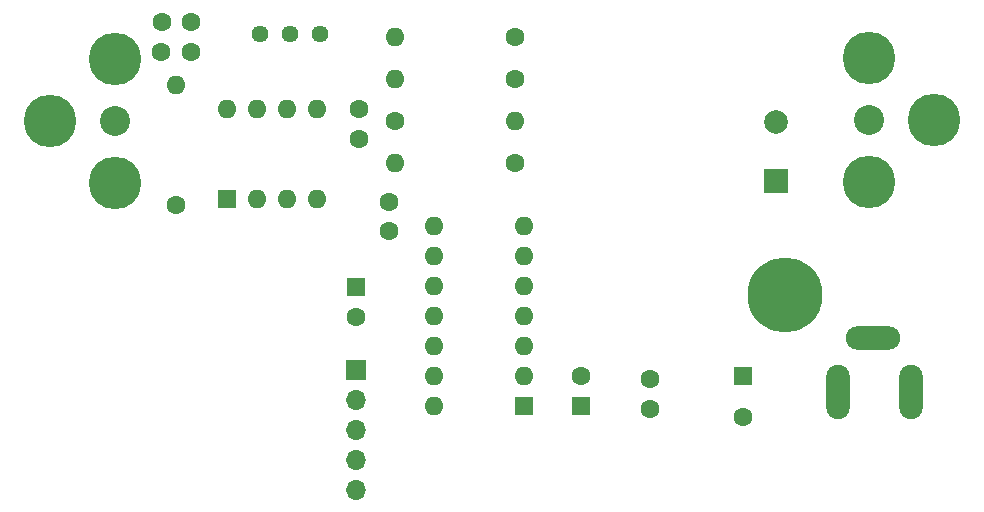
<source format=gts>
G04 #@! TF.GenerationSoftware,KiCad,Pcbnew,(5.1.10)-1*
G04 #@! TF.CreationDate,2021-10-24T18:12:00-04:00*
G04 #@! TF.ProjectId,AudioAmp380,41756469-6f41-46d7-9033-38302e6b6963,1*
G04 #@! TF.SameCoordinates,Original*
G04 #@! TF.FileFunction,Soldermask,Top*
G04 #@! TF.FilePolarity,Negative*
%FSLAX46Y46*%
G04 Gerber Fmt 4.6, Leading zero omitted, Abs format (unit mm)*
G04 Created by KiCad (PCBNEW (5.1.10)-1) date 2021-10-24 18:12:00*
%MOMM*%
%LPD*%
G01*
G04 APERTURE LIST*
%ADD10C,2.540000*%
%ADD11C,4.445000*%
%ADD12R,1.600000X1.600000*%
%ADD13O,1.600000X1.600000*%
%ADD14C,1.600000*%
%ADD15C,6.350000*%
%ADD16R,1.700000X1.700000*%
%ADD17O,1.700000X1.700000*%
%ADD18R,2.000000X2.000000*%
%ADD19C,2.000000*%
%ADD20O,2.000000X4.600000*%
%ADD21O,4.600000X2.000000*%
%ADD22C,1.440000*%
G04 APERTURE END LIST*
D10*
X40533000Y-56654400D03*
D11*
X40533000Y-51409300D03*
X40533000Y-61899500D03*
X35021200Y-56654400D03*
D10*
X104405000Y-56613400D03*
D11*
X104405000Y-61858500D03*
X104405000Y-51368300D03*
X109916800Y-56613400D03*
D12*
X50058000Y-63258400D03*
D13*
X57678000Y-55638400D03*
X52598000Y-63258400D03*
X55138000Y-55638400D03*
X55138000Y-63258400D03*
X52598000Y-55638400D03*
X57678000Y-63258400D03*
X50058000Y-55638400D03*
X64282000Y-49542400D03*
D14*
X74442000Y-49542400D03*
D13*
X74442000Y-56654400D03*
D14*
X64282000Y-56654400D03*
X45740000Y-63766400D03*
D13*
X45740000Y-53606400D03*
D12*
X93746000Y-78244400D03*
D14*
X93746000Y-81744400D03*
D15*
X97302000Y-71386400D03*
D16*
X60980000Y-77736400D03*
D17*
X60980000Y-80276400D03*
X60980000Y-82816400D03*
X60980000Y-85356400D03*
X60980000Y-87896400D03*
D14*
X63774000Y-63512400D03*
X63774000Y-66012400D03*
D12*
X75204000Y-80784400D03*
D13*
X67584000Y-65544400D03*
X75204000Y-78244400D03*
X67584000Y-68084400D03*
X75204000Y-75704400D03*
X67584000Y-70624400D03*
X75204000Y-73164400D03*
X67584000Y-73164400D03*
X75204000Y-70624400D03*
X67584000Y-75704400D03*
X75204000Y-68084400D03*
X67584000Y-78244400D03*
X75204000Y-65544400D03*
X67584000Y-80784400D03*
D14*
X47010000Y-48272400D03*
X44510000Y-48272400D03*
X61234000Y-55678400D03*
X61234000Y-58178400D03*
X74442000Y-53098400D03*
D13*
X64282000Y-53098400D03*
D14*
X74442000Y-60210400D03*
D13*
X64282000Y-60210400D03*
D14*
X60980000Y-73251400D03*
D12*
X60980000Y-70751400D03*
X80030000Y-80784400D03*
D14*
X80030000Y-78284400D03*
D18*
X96540000Y-61734400D03*
D19*
X96540000Y-56734400D03*
D14*
X85872000Y-81038400D03*
X85872000Y-78538400D03*
D20*
X107905000Y-79613400D03*
X101805000Y-79613400D03*
D21*
X104705000Y-75013400D03*
D22*
X57932000Y-49288400D03*
X55392000Y-49288400D03*
X52852000Y-49288400D03*
D14*
X44470000Y-50812400D03*
X46970000Y-50812400D03*
M02*

</source>
